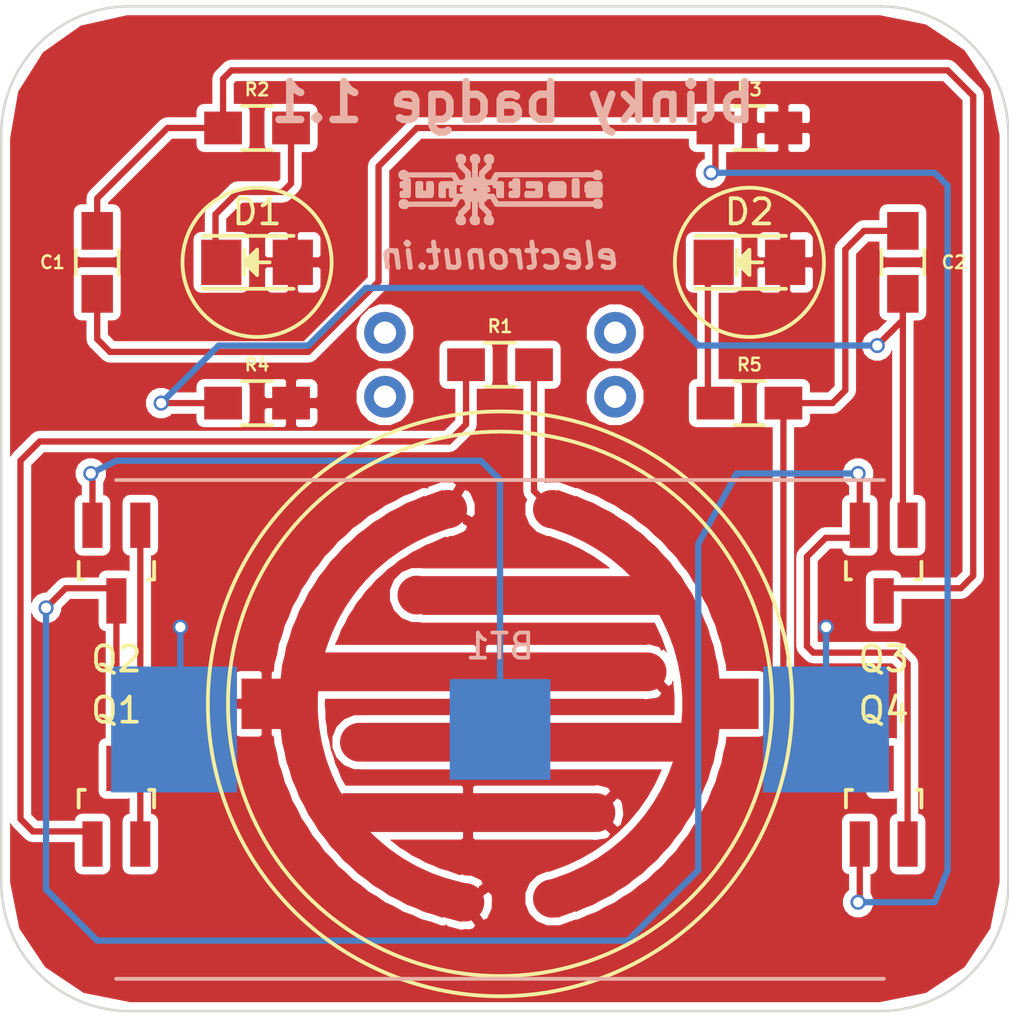
<source format=kicad_pcb>
(kicad_pcb (version 20171130) (host pcbnew "(5.1.12)-1")
  (layers (0 F.Cu signal) (31 B.Cu signal) (34 B.Paste user hide) (35 F.Paste user hide) (36 B.SilkS user hide) (37 F.SilkS user hide) (38 B.Mask user hide) (39 F.Mask user hide) (44 Edge.Cuts user))
  (net 0 "")
  (net 1 "Net-(C1-Pad1)")
  (net 2 "Net-(C1-Pad2)")
  (net 3 "Net-(C2-Pad1)")
  (net 4 "Net-(C2-Pad2)")
  (net 5 "Net-(D1-Pad1)")
  (net 6 "Net-(D2-Pad1)")
  (net 7 "Net-(Q1-Pad1)")
  (net 8 "Net-(Q1-Pad2)")
  (net 9 "Net-(Q1-Pad3)")
  (net 10 GND)
  (net 11 "Net-(R1-Pad1)")
  (net 12 VCC)
  (module bb:CR2032-SMD (layer B.Cu) (at 148.082 120.396)
    (fp_text reference BT1 (at 0 -3.302) (layer B.SilkS) (effects (justify mirror)))
    (fp_text value Battery hide)
    (pad 1 smd rect (at 12.95 0) (size 5 5) (layers B.Cu B.Paste B.Mask) (net 12 VCC))
    (pad 2 smd rect (at 0 0) (size 4 4) (layers B.Cu B.Paste B.Mask) (net 10 GND))
    (pad 1 smd rect (at -12.95 0) (size 5 5) (layers B.Cu B.Paste B.Mask) (net 12 VCC))
  )
  (module bb:H2-2.54 (layer F.Cu) (at 152.654 105.918)
    (fp_text reference J2 hide)
    (fp_text value Val** hide)
    (pad 1 thru_hole circle (at 0 -1.27) (size 1.651 1.651) (drill 0.889) (layers *.Cu *.Mask))
    (pad 2 thru_hole circle (at 0 1.27) (size 1.651 1.651) (drill 0.889) (layers *.Cu *.Mask))
  )
  (module bb:H2-2.54 (layer F.Cu) (at 143.51 105.918)
    (fp_text reference J2 hide)
    (fp_text value Val** hide)
    (pad 1 thru_hole circle (at 0 -1.27) (size 1.651 1.651) (drill 0.889) (layers *.Cu *.Mask))
    (pad 2 thru_hole circle (at 0 1.27) (size 1.651 1.651) (drill 0.889) (layers *.Cu *.Mask))
  )
  (module Capacitors_SMD:C_0805_HandSoldering (layer F.Cu) (at 132.08 101.854 90)
    (fp_text reference C1 (at 0 -1.778 180) (layer F.SilkS) (effects (font (size 0.5 0.5) (thickness 0.1))))
    (fp_text value 22uF hide)
    (pad 1 smd rect (at -1.25 0 90) (size 1.5 1.25) (layers F.Cu F.Paste F.Mask) (net 1 "Net-(C1-Pad1)"))
    (pad 2 smd rect (at 1.25 0 90) (size 1.5 1.25) (layers F.Cu F.Paste F.Mask) (net 2 "Net-(C1-Pad2)"))
  )
  (module Capacitors_SMD:C_0805_HandSoldering (layer F.Cu) (at 164.084 101.854 270)
    (fp_text reference C2 (at 0 -2.032) (layer F.SilkS) (effects (font (size 0.5 0.5) (thickness 0.1))))
    (fp_text value 22uF hide)
    (pad 1 smd rect (at -1.25 0 270) (size 1.5 1.25) (layers F.Cu F.Paste F.Mask) (net 3 "Net-(C2-Pad1)"))
    (pad 2 smd rect (at 1.25 0 270) (size 1.5 1.25) (layers F.Cu F.Paste F.Mask) (net 4 "Net-(C2-Pad2)"))
  )
  (module Resistors_SMD:R_0805_HandSoldering (layer F.Cu) (at 148.082 105.918 180)
    (fp_text reference R1 (at 0 1.524 180) (layer F.SilkS) (effects (font (size 0.5 0.5) (thickness 0.1))))
    (fp_text value 100k hide)
    (pad 1 smd rect (at -1.35 0 180) (size 1.5 1.3) (layers F.Cu F.Paste F.Mask) (net 11 "Net-(R1-Pad1)"))
    (pad 2 smd rect (at 1.35 0 180) (size 1.5 1.3) (layers F.Cu F.Paste F.Mask) (net 8 "Net-(Q1-Pad2)"))
  )
  (module Resistors_SMD:R_0805_HandSoldering (layer F.Cu) (at 138.43 96.52 180)
    (fp_text reference R2 (at 0 1.524 180) (layer F.SilkS) (effects (font (size 0.5 0.5) (thickness 0.1))))
    (fp_text value 100 hide)
    (pad 1 smd rect (at -1.35 0 180) (size 1.5 1.3) (layers F.Cu F.Paste F.Mask) (net 5 "Net-(D1-Pad1)"))
    (pad 2 smd rect (at 1.35 0 180) (size 1.5 1.3) (layers F.Cu F.Paste F.Mask) (net 2 "Net-(C1-Pad2)"))
  )
  (module Resistors_SMD:R_0805_HandSoldering (layer F.Cu) (at 157.988 96.52 180)
    (fp_text reference R3 (at 0 1.524 180) (layer F.SilkS) (effects (font (size 0.5 0.5) (thickness 0.1))))
    (fp_text value 47k hide)
    (pad 1 smd rect (at -1.35 0 180) (size 1.5 1.3) (layers F.Cu F.Paste F.Mask) (net 12 VCC))
    (pad 2 smd rect (at 1.35 0 180) (size 1.5 1.3) (layers F.Cu F.Paste F.Mask) (net 1 "Net-(C1-Pad1)"))
  )
  (module Resistors_SMD:R_0805_HandSoldering (layer F.Cu) (at 138.43 107.442 180)
    (fp_text reference R4 (at 0 1.524 180) (layer F.SilkS) (effects (font (size 0.5 0.5) (thickness 0.1))))
    (fp_text value 47k hide)
    (pad 1 smd rect (at -1.35 0 180) (size 1.5 1.3) (layers F.Cu F.Paste F.Mask) (net 12 VCC))
    (pad 2 smd rect (at 1.35 0 180) (size 1.5 1.3) (layers F.Cu F.Paste F.Mask) (net 4 "Net-(C2-Pad2)"))
  )
  (module Resistors_SMD:R_0805_HandSoldering (layer F.Cu) (at 157.988 107.442)
    (fp_text reference R5 (at 0 -1.524) (layer F.SilkS) (effects (font (size 0.5 0.5) (thickness 0.1))))
    (fp_text value 100 hide)
    (pad 1 smd rect (at -1.35 0) (size 1.5 1.3) (layers F.Cu F.Paste F.Mask) (net 6 "Net-(D2-Pad1)"))
    (pad 2 smd rect (at 1.35 0) (size 1.5 1.3) (layers F.Cu F.Paste F.Mask) (net 3 "Net-(C2-Pad1)"))
  )
  (module bb:TouchPlate-10mm (layer F.Cu) (at 148.082 119.38)
    (fp_text reference TP1 hide)
    (fp_text value Touch_Plate hide)
    (pad 2 smd rect (at 1.016 1.524) (size 13 1.54) (layers F.Cu F.Paste F.Mask) (net 11 "Net-(R1-Pad1)"))
    (pad 1 smd rect (at -0.762 -1.27) (size 13 1.54) (layers F.Cu F.Paste F.Mask) (net 12 VCC))
    (pad 1 smd rect (at -1.27 4.318) (size 10 1.54) (layers F.Cu F.Paste F.Mask) (net 12 VCC))
    (pad 1 smd rect (at -9.271 0) (size 2 2) (layers F.Cu F.Paste F.Mask) (net 12 VCC))
    (pad 2 smd circle (at 2.071 -7.727 255) (size 1.524 1.524) (layers F.Cu F.Paste F.Mask) (net 11 "Net-(R1-Pad1)"))
    (pad 2 smd rect (at 2.736 -7.518 250) (size 1.524 1.524) (layers F.Cu F.Paste F.Mask) (net 11 "Net-(R1-Pad1)"))
    (pad 2 smd rect (at 3.381 -7.25 245) (size 1.524 1.524) (layers F.Cu F.Paste F.Mask) (net 11 "Net-(R1-Pad1)"))
    (pad 2 smd rect (at 4 -6.928 240) (size 1.524 1.524) (layers F.Cu F.Paste F.Mask) (net 11 "Net-(R1-Pad1)"))
    (pad 2 smd rect (at 4.589 -6.553 235) (size 1.524 1.524) (layers F.Cu F.Paste F.Mask) (net 11 "Net-(R1-Pad1)"))
    (pad 2 smd rect (at 5.142 -6.128 230) (size 1.524 1.524) (layers F.Cu F.Paste F.Mask) (net 11 "Net-(R1-Pad1)"))
    (pad 2 smd rect (at 5.657 -5.657 225) (size 1.524 1.524) (layers F.Cu F.Paste F.Mask) (net 11 "Net-(R1-Pad1)"))
    (pad 2 smd rect (at 6.128 -5.142 220) (size 1.524 1.524) (layers F.Cu F.Paste F.Mask) (net 11 "Net-(R1-Pad1)"))
    (pad 2 smd rect (at 6.553 -4.589 215) (size 1.524 1.524) (layers F.Cu F.Paste F.Mask) (net 11 "Net-(R1-Pad1)"))
    (pad 2 smd rect (at 6.928 -4 210) (size 1.524 1.524) (layers F.Cu F.Paste F.Mask) (net 11 "Net-(R1-Pad1)"))
    (pad 2 smd rect (at 7.25 -3.381 205) (size 1.524 1.524) (layers F.Cu F.Paste F.Mask) (net 11 "Net-(R1-Pad1)"))
    (pad 2 smd rect (at 7.518 -2.736 200) (size 1.524 1.524) (layers F.Cu F.Paste F.Mask) (net 11 "Net-(R1-Pad1)"))
    (pad 2 smd rect (at 7.727 -2.071 195) (size 1.524 1.524) (layers F.Cu F.Paste F.Mask) (net 11 "Net-(R1-Pad1)"))
    (pad 2 smd rect (at 7.878 -1.389 190) (size 1.524 1.524) (layers F.Cu F.Paste F.Mask) (net 11 "Net-(R1-Pad1)"))
    (pad 2 smd rect (at 7.97 -0.697 185) (size 1.524 1.524) (layers F.Cu F.Paste F.Mask) (net 11 "Net-(R1-Pad1)"))
    (pad 2 smd rect (at 8 0 180) (size 1.524 1.524) (layers F.Cu F.Paste F.Mask) (net 11 "Net-(R1-Pad1)"))
    (pad 2 smd rect (at 7.97 0.697 175) (size 1.524 1.524) (layers F.Cu F.Paste F.Mask) (net 11 "Net-(R1-Pad1)"))
    (pad 2 smd rect (at 7.878 1.389 170) (size 1.524 1.524) (layers F.Cu F.Paste F.Mask) (net 11 "Net-(R1-Pad1)"))
    (pad 2 smd rect (at 7.727 2.071 165) (size 1.524 1.524) (layers F.Cu F.Paste F.Mask) (net 11 "Net-(R1-Pad1)"))
    (pad 2 smd rect (at 7.518 2.736 160) (size 1.524 1.524) (layers F.Cu F.Paste F.Mask) (net 11 "Net-(R1-Pad1)"))
    (pad 2 smd rect (at 7.25 3.381 155) (size 1.524 1.524) (layers F.Cu F.Paste F.Mask) (net 11 "Net-(R1-Pad1)"))
    (pad 2 smd rect (at 6.928 4 150) (size 1.524 1.524) (layers F.Cu F.Paste F.Mask) (net 11 "Net-(R1-Pad1)"))
    (pad 2 smd rect (at 6.553 4.589 145) (size 1.524 1.524) (layers F.Cu F.Paste F.Mask) (net 11 "Net-(R1-Pad1)"))
    (pad 2 smd rect (at 6.128 5.142 140) (size 1.524 1.524) (layers F.Cu F.Paste F.Mask) (net 11 "Net-(R1-Pad1)"))
    (pad 2 smd rect (at 5.657 5.657 135) (size 1.524 1.524) (layers F.Cu F.Paste F.Mask) (net 11 "Net-(R1-Pad1)"))
    (pad 2 smd rect (at 5.142 6.128 130) (size 1.524 1.524) (layers F.Cu F.Paste F.Mask) (net 11 "Net-(R1-Pad1)"))
    (pad 2 smd rect (at 4.589 6.553 125) (size 1.524 1.524) (layers F.Cu F.Paste F.Mask) (net 11 "Net-(R1-Pad1)"))
    (pad 2 smd rect (at 4 6.928 120) (size 1.524 1.524) (layers F.Cu F.Paste F.Mask) (net 11 "Net-(R1-Pad1)"))
    (pad 2 smd rect (at 3.381 7.25 115) (size 1.524 1.524) (layers F.Cu F.Paste F.Mask) (net 11 "Net-(R1-Pad1)"))
    (pad 2 smd rect (at 2.736 7.518 110) (size 1.524 1.524) (layers F.Cu F.Paste F.Mask) (net 11 "Net-(R1-Pad1)"))
    (pad 2 smd circle (at 2.071 7.727 105) (size 1.524 1.524) (layers F.Cu F.Paste F.Mask) (net 11 "Net-(R1-Pad1)"))
    (pad 1 smd circle (at -1.389 7.878 80) (size 1.524 1.524) (layers F.Cu F.Paste F.Mask) (net 12 VCC))
    (pad 1 smd rect (at -2.071 7.727 75) (size 1.524 1.524) (layers F.Cu F.Paste F.Mask) (net 12 VCC))
    (pad 1 smd rect (at -2.736 7.518 70) (size 1.524 1.524) (layers F.Cu F.Paste F.Mask) (net 12 VCC))
    (pad 1 smd rect (at -3.381 7.25 65) (size 1.524 1.524) (layers F.Cu F.Paste F.Mask) (net 12 VCC))
    (pad 1 smd rect (at -4 6.928 60) (size 1.524 1.524) (layers F.Cu F.Paste F.Mask) (net 12 VCC))
    (pad 1 smd rect (at -4.589 6.553 55) (size 1.524 1.524) (layers F.Cu F.Paste F.Mask) (net 12 VCC))
    (pad 1 smd rect (at -5.142 6.128 50) (size 1.524 1.524) (layers F.Cu F.Paste F.Mask) (net 12 VCC))
    (pad 1 smd rect (at -5.657 5.657 45) (size 1.524 1.524) (layers F.Cu F.Paste F.Mask) (net 12 VCC))
    (pad 1 smd rect (at -6.128 5.142 40) (size 1.524 1.524) (layers F.Cu F.Paste F.Mask) (net 12 VCC))
    (pad 1 smd rect (at -6.553 4.589 35) (size 1.524 1.524) (layers F.Cu F.Paste F.Mask) (net 12 VCC))
    (pad 1 smd rect (at -6.928 4 30) (size 1.524 1.524) (layers F.Cu F.Paste F.Mask) (net 12 VCC))
    (pad 1 smd rect (at -7.25 3.381 25) (size 1.524 1.524) (layers F.Cu F.Paste F.Mask) (net 12 VCC))
    (pad 1 smd rect (at -7.518 2.736 20) (size 1.524 1.524) (layers F.Cu F.Paste F.Mask) (net 12 VCC))
    (pad 1 smd rect (at -7.727 2.071 15) (size 1.524 1.524) (layers F.Cu F.Paste F.Mask) (net 12 VCC))
    (pad 1 smd rect (at -7.878 1.389 10) (size 1.524 1.524) (layers F.Cu F.Paste F.Mask) (net 12 VCC))
    (pad 1 smd rect (at -7.97 0.697 5) (size 1.524 1.524) (layers F.Cu F.Paste F.Mask) (net 12 VCC))
    (pad 1 smd rect (at -8 0) (size 1.524 1.524) (layers F.Cu F.Paste F.Mask) (net 12 VCC))
    (pad 1 smd rect (at -7.97 -0.697 355) (size 1.524 1.524) (layers F.Cu F.Paste F.Mask) (net 12 VCC))
    (pad 1 smd rect (at -7.878 -1.389 350) (size 1.524 1.524) (layers F.Cu F.Paste F.Mask) (net 12 VCC))
    (pad 1 smd rect (at -7.727 -2.071 345) (size 1.524 1.524) (layers F.Cu F.Paste F.Mask) (net 12 VCC))
    (pad 1 smd rect (at -7.518 -2.736 340) (size 1.524 1.524) (layers F.Cu F.Paste F.Mask) (net 12 VCC))
    (pad 1 smd rect (at -7.25 -3.381 335) (size 1.524 1.524) (layers F.Cu F.Paste F.Mask) (net 12 VCC))
    (pad 1 smd rect (at -6.928 -4 330) (size 1.524 1.524) (layers F.Cu F.Paste F.Mask) (net 12 VCC))
    (pad 1 smd rect (at -6.553 -4.589 325) (size 1.524 1.524) (layers F.Cu F.Paste F.Mask) (net 12 VCC))
    (pad 1 smd rect (at -6.128 -5.142 320) (size 1.524 1.524) (layers F.Cu F.Paste F.Mask) (net 12 VCC))
    (pad 1 smd rect (at -5.657 -5.657 315) (size 1.524 1.524) (layers F.Cu F.Paste F.Mask) (net 12 VCC))
    (pad 1 smd rect (at -5.142 -6.128 310) (size 1.524 1.524) (layers F.Cu F.Paste F.Mask) (net 12 VCC))
    (pad 1 smd rect (at -4.589 -6.553 305) (size 1.524 1.524) (layers F.Cu F.Paste F.Mask) (net 12 VCC))
    (pad 1 smd rect (at -4 -6.928 300) (size 1.524 1.524) (layers F.Cu F.Paste F.Mask) (net 12 VCC))
    (pad 1 smd rect (at -3.381 -7.25 295) (size 1.524 1.524) (layers F.Cu F.Paste F.Mask) (net 12 VCC))
    (pad 1 smd rect (at -2.736 -7.518 290) (size 1.524 1.524) (layers F.Cu F.Paste F.Mask) (net 12 VCC))
    (pad 1 smd circle (at -2.071 -7.727 285) (size 1.524 1.524) (layers F.Cu F.Paste F.Mask) (net 12 VCC))
    (pad 2 smd rect (at 9.271 0) (size 2 2) (layers F.Cu F.Paste F.Mask) (net 11 "Net-(R1-Pad1)"))
    (pad 2 smd rect (at 1.9 -4.3) (size 10 1.54) (layers F.Cu F.Paste F.Mask) (net 11 "Net-(R1-Pad1)"))
    (pad 2 smd circle (at -3.302 -4.318) (size 1.54 1.54) (layers F.Cu F.Paste F.Mask) (net 11 "Net-(R1-Pad1)"))
    (pad 2 smd circle (at -5.588 1.524) (size 1.54 1.54) (layers F.Cu F.Paste F.Mask) (net 11 "Net-(R1-Pad1)"))
    (pad 1 smd circle (at 3.81 4.318) (size 1.54 1.54) (layers F.Cu F.Paste F.Mask) (net 12 VCC))
    (pad 1 smd circle (at 5.842 -1.27) (size 1.54 1.54) (layers F.Cu F.Paste F.Mask) (net 12 VCC))
  )
  (module bb:LOGO_electronut (layer B.Cu) (at 152.146 100.33 180)
    (fp_text reference U$2 hide)
    (fp_text value LOGO hide)
  )
  (module bb:LED-1206 (layer F.Cu) (at 138.43 101.854)
    (fp_text reference D1 (at 0 -2) (layer F.SilkS))
    (fp_text value LED hide)
    (pad 2 smd rect (at 1.41986 0 180) (size 1.59766 1.80086) (layers F.Cu F.Paste F.Mask) (net 12 VCC))
    (pad 1 smd rect (at -1.41986 0 180) (size 1.59766 1.80086) (layers F.Cu F.Paste F.Mask) (net 5 "Net-(D1-Pad1)"))
  )
  (module bb:LED-1206 (layer F.Cu) (at 157.988 101.854)
    (fp_text reference D2 (at 0 -2) (layer F.SilkS))
    (fp_text value LED hide)
    (pad 2 smd rect (at 1.41986 0 180) (size 1.59766 1.80086) (layers F.Cu F.Paste F.Mask) (net 12 VCC))
    (pad 1 smd rect (at -1.41986 0 180) (size 1.59766 1.80086) (layers F.Cu F.Paste F.Mask) (net 6 "Net-(D2-Pad1)"))
  )
  (module bb:SOT-23_Handsoldering (layer F.Cu) (at 132.842 123.444)
    (fp_text reference Q1 (at 0 -3.81) (layer F.SilkS))
    (fp_text value MMBT2222 hide)
    (pad 2 smd rect (at -0.95 1.50114) (size 0.8001 1.80086) (layers F.Cu F.Paste F.Mask) (net 8 "Net-(Q1-Pad2)"))
    (pad 3 smd rect (at 0.95 1.50114) (size 0.8001 1.80086) (layers F.Cu F.Paste F.Mask) (net 9 "Net-(Q1-Pad3)"))
    (pad 1 smd rect (at 0 -1.50114) (size 0.8001 1.80086) (layers F.Cu F.Paste F.Mask) (net 7 "Net-(Q1-Pad1)"))
  )
  (module bb:SOT-23_Handsoldering (layer F.Cu) (at 132.842 113.792 180)
    (fp_text reference Q2 (at 0 -3.81 180) (layer F.SilkS))
    (fp_text value MMBT2222 hide)
    (pad 2 smd rect (at -0.95 1.50114 180) (size 0.8001 1.80086) (layers F.Cu F.Paste F.Mask) (net 9 "Net-(Q1-Pad3)"))
    (pad 3 smd rect (at 0.95 1.50114 180) (size 0.8001 1.80086) (layers F.Cu F.Paste F.Mask) (net 10 GND))
    (pad 1 smd rect (at 0 -1.50114 180) (size 0.8001 1.80086) (layers F.Cu F.Paste F.Mask) (net 7 "Net-(Q1-Pad1)"))
  )
  (module bb:SOT-23_Handsoldering (layer F.Cu) (at 163.322 113.792 180)
    (fp_text reference Q3 (at 0 -3.81 180) (layer F.SilkS))
    (fp_text value MMBT2222 hide)
    (pad 2 smd rect (at -0.95 1.50114 180) (size 0.8001 1.80086) (layers F.Cu F.Paste F.Mask) (net 4 "Net-(C2-Pad2)"))
    (pad 3 smd rect (at 0.95 1.50114 180) (size 0.8001 1.80086) (layers F.Cu F.Paste F.Mask) (net 7 "Net-(Q1-Pad1)"))
    (pad 1 smd rect (at 0 -1.50114 180) (size 0.8001 1.80086) (layers F.Cu F.Paste F.Mask) (net 2 "Net-(C1-Pad2)"))
  )
  (module bb:SOT-23_Handsoldering (layer F.Cu) (at 163.322 123.444)
    (fp_text reference Q4 (at 0 -3.81) (layer F.SilkS))
    (fp_text value MMBT2222 hide)
    (pad 2 smd rect (at -0.95 1.50114) (size 0.8001 1.80086) (layers F.Cu F.Paste F.Mask) (net 1 "Net-(C1-Pad1)"))
    (pad 3 smd rect (at 0.95 1.50114) (size 0.8001 1.80086) (layers F.Cu F.Paste F.Mask) (net 7 "Net-(Q1-Pad1)"))
    (pad 1 smd rect (at 0 -1.50114) (size 0.8001 1.80086) (layers F.Cu F.Paste F.Mask) (net 3 "Net-(C2-Pad1)"))
  )
  (gr_text electronut.in (at 148.082 101.6) (layer B.SilkS) (effects (font (size 1 1) (thickness 0.2) italic) (justify mirror)))
  (gr_text "blinky badge 1.1" (at 148.59 95.504) (layer B.SilkS) (effects (font (size 1.5 1.5) (thickness 0.3)) (justify mirror)))
  (gr_line (start 133.223 91.694) (end 163.195 91.694) (angle 90) (layer Edge.Cuts) (width 0.1))
  (gr_line (start 128.27 126.492) (end 128.27 96.901) (angle 90) (layer Edge.Cuts) (width 0.1))
  (gr_line (start 163.195 131.572) (end 133.35 131.572) (angle 90) (layer Edge.Cuts) (width 0.1))
  (gr_line (start 168.275 96.774) (end 168.275 126.492) (angle 90) (layer Edge.Cuts) (width 0.1))
  (gr_arc (start 133.35 126.492) (end 133.35 131.572) (angle 90) (layer Edge.Cuts) (width 0.1))
  (gr_arc (start 163.195 126.492) (end 168.275 126.492) (angle 90) (layer Edge.Cuts) (width 0.1))
  (gr_arc (start 163.195 96.774) (end 163.195 91.694) (angle 90) (layer Edge.Cuts) (width 0.1))
  (gr_arc (start 133.35 96.774) (end 128.27 96.901) (angle 90) (layer Edge.Cuts) (width 0.1))
  (segment (start 162.372 127.188) (end 162.372 124.44476) (width 0.25) (layer F.Cu) (net 1))
  (segment (start 162.306 127.254) (end 162.372 127.188) (width 0.25) (layer F.Cu) (net 1))
  (via (at 162.306 127.254) (size 0.6) (layers F.Cu B.Cu) (net 1))
  (segment (start 165.354 127.254) (end 162.306 127.254) (width 0.25) (layer B.Cu) (net 1))
  (segment (start 165.862 125.984) (end 165.354 127.254) (width 0.25) (layer B.Cu) (net 1))
  (segment (start 165.862 98.806) (end 165.862 125.984) (width 0.25) (layer B.Cu) (net 1))
  (segment (start 165.354 98.298) (end 165.862 98.806) (width 0.25) (layer B.Cu) (net 1))
  (segment (start 156.464 98.298) (end 165.354 98.298) (width 0.25) (layer B.Cu) (net 1))
  (via (at 156.464 98.298) (size 0.6) (layers F.Cu B.Cu) (net 1))
  (segment (start 156.638 96.52) (end 156.638 98.124) (width 0.25) (layer F.Cu) (net 1))
  (segment (start 156.638 98.124) (end 156.464 98.298) (width 0.25) (layer F.Cu) (net 1))
  (segment (start 132.08 103.104) (end 132.08 104.902) (width 0.25) (layer F.Cu) (net 1))
  (segment (start 144.78 96.52) (end 156.638 96.52) (width 0.25) (layer F.Cu) (net 1))
  (segment (start 143.256 98.044) (end 144.78 96.52) (width 0.25) (layer F.Cu) (net 1))
  (segment (start 143.256 102.616) (end 143.256 98.044) (width 0.25) (layer F.Cu) (net 1))
  (segment (start 140.462 105.41) (end 143.256 102.616) (width 0.25) (layer F.Cu) (net 1))
  (segment (start 132.588 105.41) (end 140.462 105.41) (width 0.25) (layer F.Cu) (net 1))
  (segment (start 132.08 104.902) (end 132.588 105.41) (width 0.25) (layer F.Cu) (net 1))
  (segment (start 166.38778 114.79022) (end 163.322 114.79022) (width 0.25) (layer F.Cu) (net 2))
  (segment (start 166.878 114.3) (end 166.38778 114.79022) (width 0.25) (layer F.Cu) (net 2))
  (segment (start 166.878 95.25) (end 166.878 114.3) (width 0.25) (layer F.Cu) (net 2))
  (segment (start 165.862 94.234) (end 166.878 95.25) (width 0.25) (layer F.Cu) (net 2))
  (segment (start 137.414 94.234) (end 165.862 94.234) (width 0.25) (layer F.Cu) (net 2))
  (segment (start 137.08 96.52) (end 137.08 94.568) (width 0.25) (layer F.Cu) (net 2))
  (segment (start 137.08 94.568) (end 137.414 94.234) (width 0.25) (layer F.Cu) (net 2))
  (segment (start 134.874 96.52) (end 137.08 96.52) (width 0.25) (layer F.Cu) (net 2))
  (segment (start 132.08 99.314) (end 134.874 96.52) (width 0.25) (layer F.Cu) (net 2))
  (segment (start 132.08 100.604) (end 132.08 99.314) (width 0.25) (layer F.Cu) (net 2))
  (segment (start 163.322 122.44578) (end 161.05378 122.44578) (width 0.25) (layer F.Cu) (net 3))
  (segment (start 161.05378 122.44578) (end 159.338 120.73) (width 0.25) (layer F.Cu) (net 3))
  (segment (start 164.084 100.604) (end 162.54 100.604) (width 0.25) (layer F.Cu) (net 3))
  (segment (start 161.29 107.442) (end 159.338 107.442) (width 0.25) (layer F.Cu) (net 3))
  (segment (start 161.798 106.934) (end 161.29 107.442) (width 0.25) (layer F.Cu) (net 3))
  (segment (start 161.798 101.346) (end 161.798 106.934) (width 0.25) (layer F.Cu) (net 3))
  (segment (start 162.54 100.604) (end 161.798 101.346) (width 0.25) (layer F.Cu) (net 3))
  (segment (start 159.338 120.73) (end 159.338 107.442) (width 0.25) (layer F.Cu) (net 3))
  (segment (start 137.08 107.442) (end 134.62 107.442) (width 0.25) (layer F.Cu) (net 4))
  (segment (start 164.084 104.14) (end 164.084 103.104) (width 0.25) (layer F.Cu) (net 4))
  (segment (start 163.068 105.156) (end 164.084 104.14) (width 0.25) (layer F.Cu) (net 4))
  (via (at 163.068 105.156) (size 0.6) (layers F.Cu B.Cu) (net 4))
  (segment (start 155.956 105.156) (end 163.068 105.156) (width 0.25) (layer B.Cu) (net 4))
  (segment (start 153.67 102.87) (end 155.956 105.156) (width 0.25) (layer B.Cu) (net 4))
  (segment (start 142.748 102.87) (end 153.67 102.87) (width 0.25) (layer B.Cu) (net 4))
  (segment (start 140.462 105.156) (end 142.748 102.87) (width 0.25) (layer B.Cu) (net 4))
  (segment (start 136.906 105.156) (end 140.462 105.156) (width 0.25) (layer B.Cu) (net 4))
  (segment (start 134.62 107.442) (end 136.906 105.156) (width 0.25) (layer B.Cu) (net 4))
  (via (at 134.62 107.442) (size 0.6) (layers F.Cu B.Cu) (net 4))
  (segment (start 164.084 103.104) (end 164.084 112.60324) (width 0.25) (layer F.Cu) (net 4))
  (segment (start 164.084 112.60324) (end 164.272 112.79124) (width 0.25) (layer F.Cu) (net 4))
  (segment (start 139.78 96.52) (end 139.78 98.726) (width 0.25) (layer F.Cu) (net 5))
  (segment (start 136.78 99.948) (end 136.78 101.854) (width 0.25) (layer F.Cu) (net 5))
  (segment (start 137.668 99.06) (end 136.78 99.948) (width 0.25) (layer F.Cu) (net 5))
  (segment (start 139.446 99.06) (end 137.668 99.06) (width 0.25) (layer F.Cu) (net 5))
  (segment (start 139.78 98.726) (end 139.446 99.06) (width 0.25) (layer F.Cu) (net 5))
  (segment (start 156.338 101.854) (end 156.338 107.142) (width 0.25) (layer F.Cu) (net 6))
  (segment (start 156.338 107.142) (end 156.638 107.442) (width 0.25) (layer F.Cu) (net 6))
  (segment (start 132.842 114.79022) (end 130.82778 114.79022) (width 0.25) (layer F.Cu) (net 7))
  (segment (start 130.82778 114.79022) (end 130.048 115.57) (width 0.25) (layer F.Cu) (net 7))
  (segment (start 132.842 122.44578) (end 132.842 114.79022) (width 0.25) (layer F.Cu) (net 7))
  (segment (start 155.956 113.03) (end 157.48 110.236) (width 0.25) (layer B.Cu) (net 7))
  (segment (start 155.956 125.984) (end 155.956 113.03) (width 0.25) (layer B.Cu) (net 7))
  (segment (start 153.162 128.778) (end 155.956 125.984) (width 0.25) (layer B.Cu) (net 7))
  (segment (start 132.08 128.778) (end 153.162 128.778) (width 0.25) (layer B.Cu) (net 7))
  (segment (start 130.048 126.746) (end 132.08 128.778) (width 0.25) (layer B.Cu) (net 7))
  (segment (start 130.048 115.57) (end 130.048 126.746) (width 0.25) (layer B.Cu) (net 7))
  (via (at 130.048 115.57) (size 0.6) (layers F.Cu B.Cu) (net 7))
  (segment (start 162.372 110.302) (end 162.372 112.79124) (width 0.25) (layer F.Cu) (net 7))
  (segment (start 162.306 110.236) (end 162.372 110.302) (width 0.25) (layer F.Cu) (net 7))
  (via (at 162.306 110.236) (size 0.6) (layers F.Cu B.Cu) (net 7))
  (segment (start 157.48 110.236) (end 162.306 110.236) (width 0.25) (layer B.Cu) (net 7))
  (segment (start 161.02076 112.79124) (end 160.274 113.538) (width 0.25) (layer F.Cu) (net 7))
  (segment (start 162.372 112.79124) (end 161.02076 112.79124) (width 0.25) (layer F.Cu) (net 7))
  (segment (start 160.274 113.538) (end 160.274 115.824) (width 0.25) (layer F.Cu) (net 7))
  (segment (start 160.274 117.094) (end 160.528 117.348) (width 0.25) (layer F.Cu) (net 7))
  (segment (start 160.274 115.824) (end 160.274 117.094) (width 0.25) (layer F.Cu) (net 7))
  (segment (start 164.272 117.79) (end 164.272 124.44476) (width 0.25) (layer F.Cu) (net 7))
  (segment (start 163.83 117.348) (end 164.272 117.79) (width 0.25) (layer F.Cu) (net 7))
  (segment (start 160.528 117.348) (end 163.83 117.348) (width 0.25) (layer F.Cu) (net 7))
  (segment (start 146.732 108.284) (end 146.05 108.966) (width 0.25) (layer F.Cu) (net 8))
  (segment (start 146.732 105.918) (end 146.732 108.284) (width 0.25) (layer F.Cu) (net 8))
  (segment (start 146.05 108.966) (end 129.794 108.966) (width 0.25) (layer F.Cu) (net 8))
  (segment (start 129.794 108.966) (end 129.032 109.728) (width 0.25) (layer F.Cu) (net 8))
  (segment (start 129.032 109.728) (end 129.032 123.952) (width 0.25) (layer F.Cu) (net 8))
  (segment (start 129.032 123.952) (end 129.52476 124.44476) (width 0.25) (layer F.Cu) (net 8))
  (segment (start 129.52476 124.44476) (end 131.892 124.44476) (width 0.25) (layer F.Cu) (net 8))
  (segment (start 133.792 112.79124) (end 133.792 124.44476) (width 0.25) (layer F.Cu) (net 9))
  (segment (start 148.082 110.49) (end 148.082 120.396) (width 0.25) (layer B.Cu) (net 10))
  (segment (start 147.32 109.728) (end 148.082 110.49) (width 0.25) (layer B.Cu) (net 10))
  (segment (start 132.842 109.728) (end 147.32 109.728) (width 0.25) (layer B.Cu) (net 10))
  (segment (start 131.826 110.236) (end 132.842 109.728) (width 0.25) (layer B.Cu) (net 10))
  (via (at 131.826 110.236) (size 0.6) (layers F.Cu B.Cu) (net 10))
  (segment (start 131.892 110.302) (end 131.826 110.236) (width 0.25) (layer F.Cu) (net 10))
  (segment (start 131.892 112.79124) (end 131.892 110.302) (width 0.25) (layer F.Cu) (net 10))
  (segment (start 149.432 105.918) (end 149.432 110.932) (width 0.25) (layer F.Cu) (net 11))
  (segment (start 149.432 110.932) (end 150.153 111.653) (width 0.25) (layer F.Cu) (net 11))
  (via (at 161.036 116.332) (size 0.6) (layers F.Cu B.Cu) (net 12))
  (segment (start 161.032 116.336) (end 161.036 116.332) (width 0.25) (layer B.Cu) (net 12))
  (segment (start 161.032 120.396) (end 161.032 116.336) (width 0.25) (layer B.Cu) (net 12))
  (via (at 135.382 116.332) (size 0.6) (layers F.Cu B.Cu) (net 12))
  (segment (start 135.382 120.396) (end 135.382 116.332) (width 0.25) (layer B.Cu) (net 12))
  (zone (net 12) (net_name VCC) (layer F.Cu) (connect_pads (clearance 0.3)) (min_thickness 0.0254) (fill yes (arc_segments 16) (thermal_gap 0.3) (thermal_bridge_width 0.4) (smoothing chamfer))
    (polygon (pts (xy 168.275 132.08) (xy 128.27 132.08) (xy 128.27 91.44) (xy 168.275 91.44)))
  )
)
</source>
